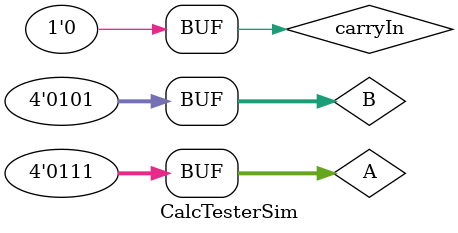
<source format=v>
`timescale 1ns / 1ps


module CalcTesterSim(

    );
    
    reg  [3:0] dividend;
    reg  [3:0] divisor;
    wire [3:0] quotient;
    wire [3:0] remainder;
    
    reg [3:0] A;
    reg [3:0] B;
    reg carryIn;
    wire [3:0] sum;
    wire carryOut;

    // Instantiate the divider
//    DividerModule dut (
//        .dividend(dividend),
//        .divisor(divisor),
//        .quotient(quotient),
//        .remainder(remainder)
//    );

    AdderModule dut(
        .A(A),
        .B(B),
        .carryIn(carryIn),
        .sum(sum),
        .carryOut(carryOut)
    );
    
    initial begin
//        dividend=4'b0110;divisor=4'b0010;
//        #10
//        dividend=4'b1111;divisor=4'b0011;
//        #10
//        dividend=4'b1010;divisor=4'b0011;
//        #10;
        A=4'b0001;B=4'b0000;carryIn=1;
        #10
        A=4'b0111;B=4'b0101;carryIn=0;
        #10;
    end
endmodule

</source>
